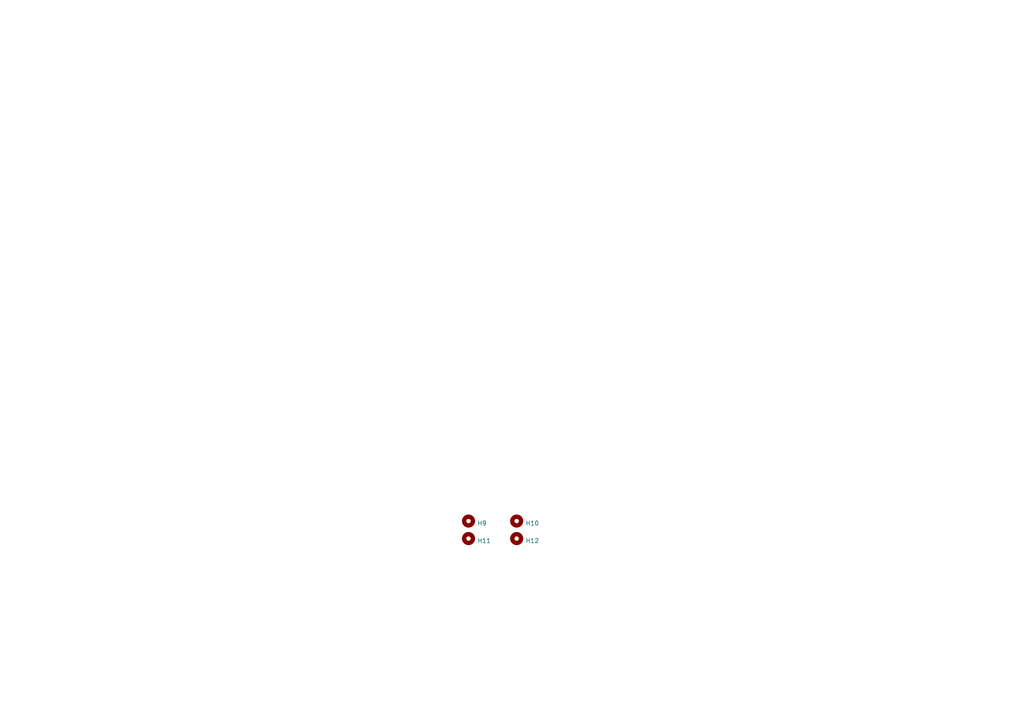
<source format=kicad_sch>
(kicad_sch (version 20230121) (generator eeschema)

  (uuid 7bb261ae-2abe-4529-9e51-67d9cf0e8f0a)

  (paper "A4")

  (title_block
    (date "2021-04-05")
    (rev "#0")
    (comment 4 "AM/FM Player  Otto Tuil")
  )

  (lib_symbols
    (symbol "Mechanical:MountingHole" (pin_names (offset 1.016)) (in_bom yes) (on_board yes)
      (property "Reference" "H" (at 0 5.08 0)
        (effects (font (size 1.27 1.27)))
      )
      (property "Value" "MountingHole" (at 0 3.175 0)
        (effects (font (size 1.27 1.27)))
      )
      (property "Footprint" "" (at 0 0 0)
        (effects (font (size 1.27 1.27)) hide)
      )
      (property "Datasheet" "~" (at 0 0 0)
        (effects (font (size 1.27 1.27)) hide)
      )
      (property "ki_keywords" "mounting hole" (at 0 0 0)
        (effects (font (size 1.27 1.27)) hide)
      )
      (property "ki_description" "Mounting Hole without connection" (at 0 0 0)
        (effects (font (size 1.27 1.27)) hide)
      )
      (property "ki_fp_filters" "MountingHole*" (at 0 0 0)
        (effects (font (size 1.27 1.27)) hide)
      )
      (symbol "MountingHole_0_1"
        (circle (center 0 0) (radius 1.27)
          (stroke (width 1.27) (type default))
          (fill (type none))
        )
      )
    )
  )


  (symbol (lib_id "Mechanical:MountingHole") (at 135.89 156.21 0) (unit 1)
    (in_bom yes) (on_board yes) (dnp no) (fields_autoplaced)
    (uuid 222b0ab2-cebf-4008-9aea-8dfa279d549e)
    (property "Reference" "H11" (at 138.43 156.845 0)
      (effects (font (size 1.27 1.27)) (justify left))
    )
    (property "Value" "MountingHole" (at 138.43 158.115 0)
      (effects (font (size 1.27 1.27)) (justify left) hide)
    )
    (property "Footprint" "MountingHole:MountingHole_3.5mm" (at 135.89 156.21 0)
      (effects (font (size 1.27 1.27)) hide)
    )
    (property "Datasheet" "~" (at 135.89 156.21 0)
      (effects (font (size 1.27 1.27)) hide)
    )
    (instances
      (project "PlayerFront01"
        (path "/7bb261ae-2abe-4529-9e51-67d9cf0e8f0a"
          (reference "H11") (unit 1)
        )
      )
    )
  )

  (symbol (lib_id "Mechanical:MountingHole") (at 149.86 151.13 0) (unit 1)
    (in_bom yes) (on_board yes) (dnp no) (fields_autoplaced)
    (uuid 5c6422a4-f4b5-4fef-8656-8f9dea375419)
    (property "Reference" "H10" (at 152.4 151.765 0)
      (effects (font (size 1.27 1.27)) (justify left))
    )
    (property "Value" "MountingHole" (at 152.4 153.035 0)
      (effects (font (size 1.27 1.27)) (justify left) hide)
    )
    (property "Footprint" "MountingHole:MountingHole_3.5mm" (at 149.86 151.13 0)
      (effects (font (size 1.27 1.27)) hide)
    )
    (property "Datasheet" "~" (at 149.86 151.13 0)
      (effects (font (size 1.27 1.27)) hide)
    )
    (instances
      (project "PlayerFront01"
        (path "/7bb261ae-2abe-4529-9e51-67d9cf0e8f0a"
          (reference "H10") (unit 1)
        )
      )
    )
  )

  (symbol (lib_id "Mechanical:MountingHole") (at 135.89 151.13 0) (unit 1)
    (in_bom yes) (on_board yes) (dnp no) (fields_autoplaced)
    (uuid 8ba98024-9f40-4e7c-a86e-1f5f63dcc6c1)
    (property "Reference" "H9" (at 138.43 151.765 0)
      (effects (font (size 1.27 1.27)) (justify left))
    )
    (property "Value" "MountingHole" (at 138.43 153.035 0)
      (effects (font (size 1.27 1.27)) (justify left) hide)
    )
    (property "Footprint" "MountingHole:MountingHole_3.5mm" (at 135.89 151.13 0)
      (effects (font (size 1.27 1.27)) hide)
    )
    (property "Datasheet" "~" (at 135.89 151.13 0)
      (effects (font (size 1.27 1.27)) hide)
    )
    (instances
      (project "PlayerFront01"
        (path "/7bb261ae-2abe-4529-9e51-67d9cf0e8f0a"
          (reference "H9") (unit 1)
        )
      )
    )
  )

  (symbol (lib_id "Mechanical:MountingHole") (at 149.86 156.21 0) (unit 1)
    (in_bom yes) (on_board yes) (dnp no) (fields_autoplaced)
    (uuid 8fac4aeb-bd10-45b1-9bf3-caf20387ec80)
    (property "Reference" "H12" (at 152.4 156.845 0)
      (effects (font (size 1.27 1.27)) (justify left))
    )
    (property "Value" "MountingHole" (at 152.4 158.115 0)
      (effects (font (size 1.27 1.27)) (justify left) hide)
    )
    (property "Footprint" "MountingHole:MountingHole_3.5mm" (at 149.86 156.21 0)
      (effects (font (size 1.27 1.27)) hide)
    )
    (property "Datasheet" "~" (at 149.86 156.21 0)
      (effects (font (size 1.27 1.27)) hide)
    )
    (instances
      (project "PlayerFront01"
        (path "/7bb261ae-2abe-4529-9e51-67d9cf0e8f0a"
          (reference "H12") (unit 1)
        )
      )
    )
  )

  (sheet_instances
    (path "/" (page "1"))
  )
)

</source>
